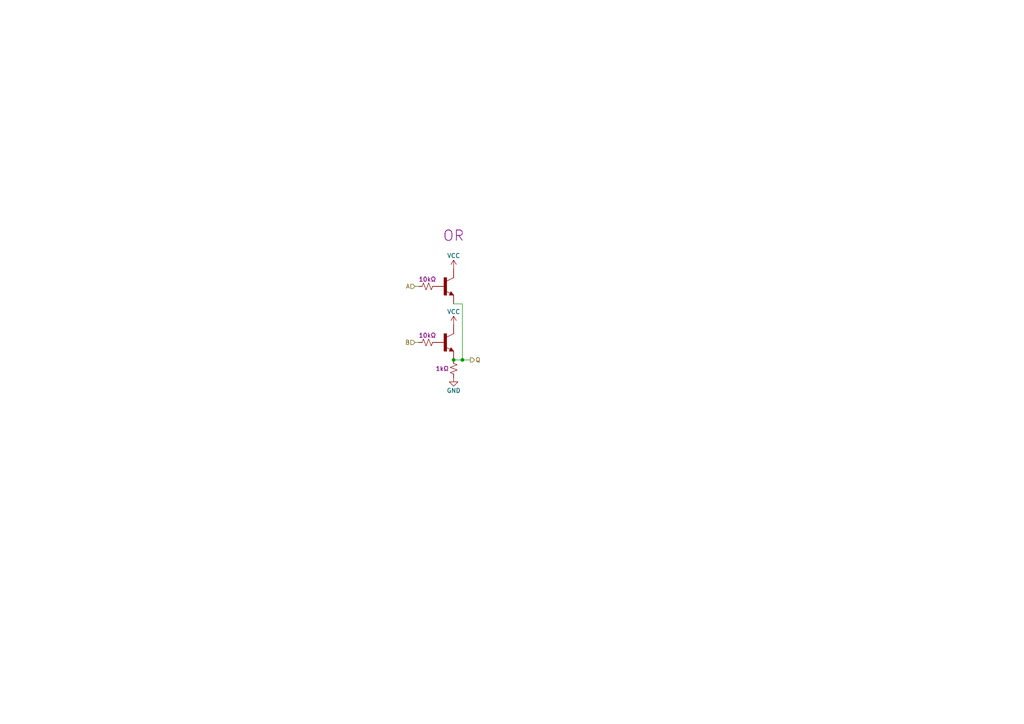
<source format=kicad_sch>
(kicad_sch (version 20211123) (generator eeschema)
  (paper "A4")
  (lib_symbols
    (symbol "Device:R_Small_US" (pin_numbers hide) (pin_names (offset 0.254) hide)
      (property "Reference" "R" (at 0.762 0.508 0))
      (property "Value" "R_Small_US" (at 0.762 -1.016 0))
      (symbol "R_Small_US_1_1"
        (polyline (pts (xy 0 0) (xy 1.016 -0.381) (xy 0 -0.762) (xy -1.016 -1.143) (xy 0 -1.524)))
        (polyline (pts (xy 0 1.524) (xy 1.016 1.143) (xy 0 0.762) (xy -1.016 0.381) (xy 0 0)))
        (pin passive line (at 0 2.54 270) (length 1.016) (name "~") (number "1"))
        (pin passive line (at 0 -2.54 90) (length 1.016) (name "~") (number "2"))
      )
    )
    (symbol "Stephen:PMBT2222A" (pin_numbers hide) (pin_names (offset 1.016) hide)
      (property "Reference" "Q" (at -10.16 7.62 0))
      (property "Value" "PMBT2222A" (at -10.16 5.08 0))
      (symbol "PMBT2222A_0_0"
        (rectangle (start -0.254 -2.54) (end 0.508 2.54) (fill (type outline)))
        (polyline (pts (xy 1.27 -2.54) (xy 1.778 -1.524)) (stroke (width 0.1524)))
        (polyline (pts (xy 1.524 -2.413) (xy 2.286 -2.413)) (stroke (width 0.254)))
        (polyline (pts (xy 1.524 -2.286) (xy 1.905 -2.286)) (stroke (width 0.254)))
        (polyline (pts (xy 1.5494 -2.032) (xy 0.3048 -1.4224)) (stroke (width 0.1524)))
        (polyline (pts (xy 1.778 -1.778) (xy 1.524 -2.286)) (stroke (width 0.254)))
        (polyline (pts (xy 1.778 -1.524) (xy 2.54 -2.54)) (stroke (width 0.1524)))
        (polyline (pts (xy 1.905 -2.286) (xy 1.778 -2.032)) (stroke (width 0.254)))
        (polyline (pts (xy 2.286 -2.413) (xy 1.778 -1.778)) (stroke (width 0.254)))
        (polyline (pts (xy 2.54 -2.54) (xy 1.27 -2.54)) (stroke (width 0.1524)))
        (polyline (pts (xy 2.54 2.54) (xy 0.508 1.524)) (stroke (width 0.1524)))
        (pin passive line (at -2.54 0 0) (length 2.54) (name "~") (number "B"))
        (pin passive line (at 2.54 5.08 270) (length 2.54) (name "~") (number "C"))
        (pin passive line (at 2.54 -5.08 90) (length 2.54) (name "~") (number "E"))
      )
    )
    (symbol "power:GND" (power) (pin_names (offset 0))
      (property "Value" "GND" (at 0 -3.81 0))
      (symbol "GND_0_1"
        (polyline (pts (xy 0 0) (xy 0 -1.27) (xy 1.27 -1.27) (xy 0 -2.54) (xy -1.27 -1.27) (xy 0 -1.27)))
      )
      (symbol "GND_1_1"
        (pin power_in line (at 0 0 270) (length 0) hide (name "GND") (number "1"))
      )
    )
    (symbol "power:VCC" (power) (pin_names (offset 0))
      (property "Value" "VCC" (at 0 3.81 0))
      (symbol "VCC_0_1"
        (polyline (pts (xy -0.762 1.27) (xy 0 2.54)))
        (polyline (pts (xy 0 0) (xy 0 2.54)))
        (polyline (pts (xy 0 2.54) (xy 0.762 1.27)))
      )
      (symbol "VCC_1_1"
        (pin power_in line (at 0 0 90) (length 0) hide (name "VCC") (number "1"))
      )
    )
  )
  (junction (at 134.112 104.394))
  (junction (at 131.572 104.394))
  (wire (pts (xy 120.396 83.058) (xy 121.412 83.058)))
  (wire (pts (xy 120.396 99.314) (xy 121.412 99.314)))
  (wire (pts (xy 131.572 88.138) (xy 134.112 88.138)))
  (wire (pts (xy 134.112 88.138) (xy 134.112 104.394)))
  (wire (pts (xy 131.572 104.394) (xy 134.112 104.394)))
  (wire (pts (xy 134.112 104.394) (xy 136.398 104.394)))
  (hierarchical_label "B" (shape input) (at 120.396 99.314 180))
  (hierarchical_label "Q" (shape output) (at 136.398 104.394 0))
  (hierarchical_label "A" (shape input) (at 120.396 83.058 180))
  (symbol (lib_id "Device:R_Small_US") (at 123.952 83.058 90)
    (property "Reference" "R66" (effects hide))
    (property "Value" "R_Small_US" (effects hide))
    (property "Footprint" "Resistor_SMD:R_0805_2012Metric" (effects hide))
    (property "Field4" "10kΩ" (at 123.952 81.026 90))
  )
  (symbol (lib_id "power:GND") (at 131.572 109.474 0)
    (property "Reference" "#PWR075" (effects hide))
    (property "Value" "GND" (at 131.572 113.284 0))
  )
  (symbol (lib_id "Stephen:PMBT2222A") (at 129.032 99.314 0)
    (property "Reference" "Q22" (effects hide))
    (property "Value" "PMBT2222A" (effects hide))
    (property "Footprint" "Stephenv6:SOT23-BEC" (effects hide))
    (property "Field4" "NAND" (effects hide))
  )
  (symbol (lib_id "Device:R_Small_US") (at 123.952 99.314 90)
    (property "Reference" "R67" (effects hide))
    (property "Value" "R_Small_US" (effects hide))
    (property "Footprint" "Resistor_SMD:R_0805_2012Metric" (effects hide))
    (property "Field4" "10kΩ" (at 123.952 97.282 90))
  )
  (symbol (lib_id "power:VCC") (at 131.572 94.234 0)
    (property "Reference" "#PWR074" (effects hide))
    (property "Value" "VCC" (at 131.572 90.424 0))
  )
  (symbol (lib_id "Device:R_Small_US") (at 131.572 106.934 0)
    (property "Reference" "R68" (effects hide))
    (property "Value" "R_Small_US" (effects hide))
    (property "Footprint" "Resistor_SMD:R_0805_2012Metric" (effects hide))
    (property "Field4" "1kΩ" (at 128.27 106.934 0))
  )
  (symbol (lib_id "Stephen:PMBT2222A") (at 129.032 83.058 0)
    (property "Reference" "Q21" (effects hide))
    (property "Value" "PMBT2222A" (effects hide))
    (property "Footprint" "Stephenv6:SOT23-BEC" (effects hide))
    (property "Field4" "OR" (at 131.572 68.326 0) (effects (font (size 3 3))))
  )
  (symbol (lib_id "power:VCC") (at 131.572 77.978 0)
    (property "Reference" "#PWR073" (effects hide))
    (property "Value" "VCC" (at 131.572 74.168 0))
  )
)
</source>
